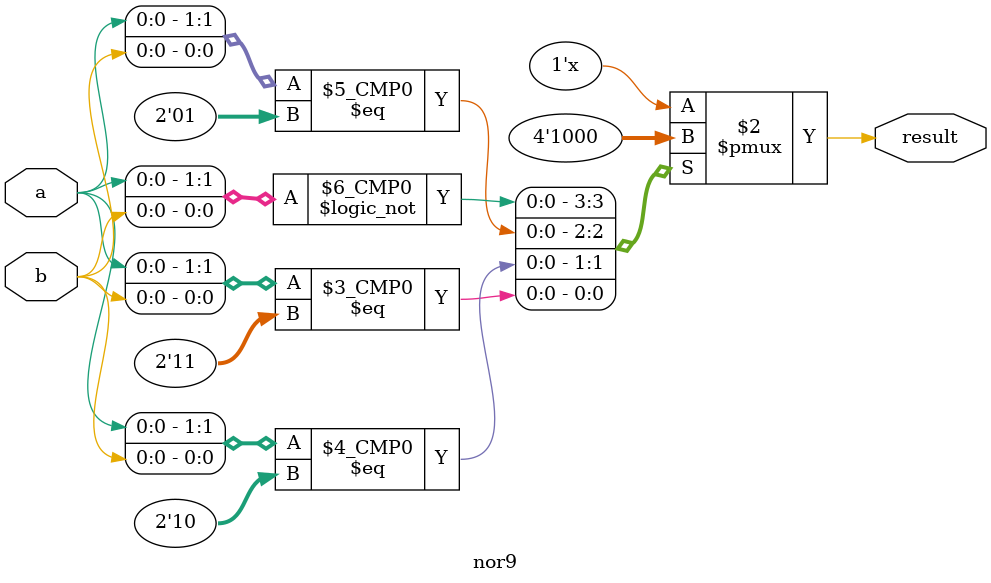
<source format=v>
module nor9 (
    input a,
    input b,
    output reg result
);

always @(*) begin
    case ({a, b})
        2'b00: result = 1;
        2'b01: result = 0;
        2'b10: result = 0;
        2'b11: result = 0;
    endcase
end

endmodule

</source>
